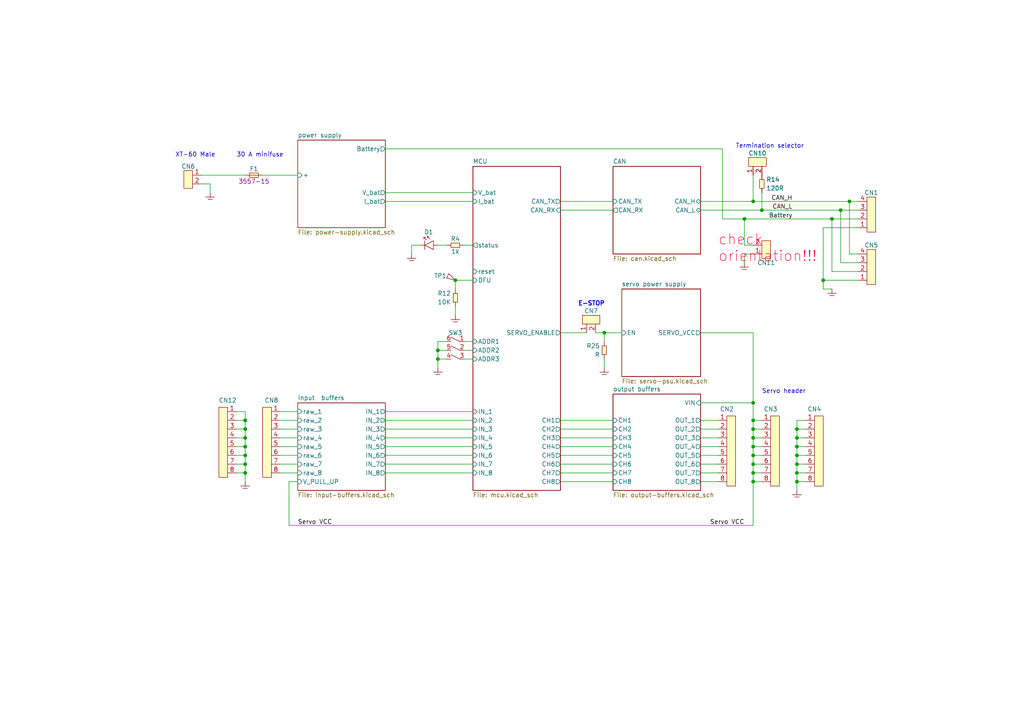
<source format=kicad_sch>
(kicad_sch (version 20231120) (generator "eeschema") (generator_version "8.0")
  (paper "A4")
  (title_block (title "CAN bus to RC servo adapter") (date "2024-05-21") (rev "0") (comment 1 "User interfaces"))
  (lib_symbols
    (symbol "GND_1" (power) (pin_numbers hide) (pin_names (offset 0) hide)
      (symbol "GND_1_0_1"
        (polyline (pts (xy -1.27 -1.27) (xy 1.27 -1.27)))
        (polyline (pts (xy 0 -2.54) (xy 0 -2.54)))
        (polyline (pts (xy 0 -1.27) (xy 0 0)))
        (polyline (pts (xy 0.635 -1.905) (xy -0.635 -1.905)))
      )
      (symbol "GND_1_1_1"
        (pin power_in line (at 0 0 270) (length 2.54) hide (name "GND") (number "~"))
      )
    )
    (symbol "GND_2" (power) (pin_numbers hide) (pin_names (offset 0) hide)
      (symbol "GND_2_0_1"
        (polyline (pts (xy -1.27 -1.27) (xy 1.27 -1.27)))
        (polyline (pts (xy 0 -2.54) (xy 0 -2.54)))
        (polyline (pts (xy 0 -1.27) (xy 0 0)))
        (polyline (pts (xy 0.635 -1.905) (xy -0.635 -1.905)))
      )
      (symbol "GND_2_1_1"
        (pin power_in line (at 0 0 270) (length 2.54) hide (name "GND") (number "~"))
      )
    )
    (symbol "PCB:test_point" (pin_numbers hide) (pin_names (offset 0) hide)
      (property "Reference" "TP" (at 5.08 1.27 0))
      (symbol "test_point_0_1"
        (polyline (pts (xy 0 0) (xy 0 0)))
        (polyline (pts (xy 0 0) (xy 2.54 0.635) (xy 1.905 1.905) (xy 0 0)))
      )
      (symbol "test_point_1_1"
        (pin output line (at 0 0 0) (length 2.54) hide (name "TP") (number "1"))
      )
    )
    (symbol "R_1" (pin_numbers hide) (pin_names (offset 0) hide)
      (property "Reference" "R" (at 0 1.905 0))
      (property "Value" "R" (at 0 -2.54 0))
      (symbol "R_1_0_1"
        (rectangle (start -1.27 0.635) (end 1.27 -0.635) (fill (type background)))
      )
      (symbol "R_1_1_1"
        (pin bidirectional line (at -2.54 0 0) (length 1.27) (name "~") (number "1"))
        (pin bidirectional line (at 2.54 0 180) (length 1.27) (name "~") (number "2"))
      )
    )
    (symbol "R_2" (pin_numbers hide) (pin_names (offset 0) hide)
      (property "Reference" "R" (at 0 1.905 0))
      (property "Value" "R" (at 0 -2.54 0))
      (symbol "R_2_0_1"
        (rectangle (start -1.27 0.635) (end 1.27 -0.635) (fill (type background)))
      )
      (symbol "R_2_1_1"
        (pin bidirectional line (at -2.54 0 0) (length 1.27) (name "~") (number "1"))
        (pin bidirectional line (at 2.54 0 180) (length 1.27) (name "~") (number "2"))
      )
    )
    (symbol "generic:GND" (power) (pin_numbers hide) (pin_names (offset 0) hide)
      (symbol "GND_0_1"
        (polyline (pts (xy -1.27 -1.27) (xy 1.27 -1.27)))
        (polyline (pts (xy 0 -2.54) (xy 0 -2.54)))
        (polyline (pts (xy 0 -1.27) (xy 0 0)))
        (polyline (pts (xy 0.635 -1.905) (xy -0.635 -1.905)))
      )
      (symbol "GND_1_1"
        (pin power_in line (at 0 0 270) (length 2.54) hide (name "GND") (number "~"))
      )
    )
    (symbol "generic:LED" (pin_numbers hide) (pin_names (offset 0) hide)
      (property "Reference" "D" (at 0 3.81 0))
      (symbol "LED_0_1"
        (polyline (pts (xy 1.27 1.27) (xy 1.27 -1.27)))
        (polyline (pts (xy 1.524 1.778) (xy 1.524 2.286)))
        (polyline (pts (xy 0.762 1.524) (xy 1.524 2.286) (xy 1.016 2.286)))
        (polyline (pts (xy -1.27 1.27) (xy -1.27 -1.27) (xy 1.27 0) (xy -1.27 1.27)))
      )
      (symbol "LED_1_1"
        (polyline (pts (xy 0.508 2.032) (xy 0.508 2.54)))
        (polyline (pts (xy -0.254 1.778) (xy 0.508 2.54) (xy 0 2.54)))
        (pin input line (at -2.54 0 0) (length 1.27) (name "A") (number "1"))
        (pin output line (at 2.54 0 180) (length 1.27) (name "K") (number "2"))
      )
    )
    (symbol "generic:R" (pin_numbers hide) (pin_names (offset 0) hide)
      (property "Reference" "R" (at 0 1.905 0))
      (symbol "R_0_1"
        (rectangle (start -1.27 0.635) (end 1.27 -0.635) (fill (type background)))
      )
      (symbol "R_1_1"
        (pin bidirectional line (at -2.54 0 0) (length 1.27) (name "~") (number "1"))
        (pin bidirectional line (at 2.54 0 180) (length 1.27) (name "~") (number "2"))
      )
    )
    (symbol "generic:fuse" (pin_numbers hide) (pin_names (offset 0) hide)
      (property "Reference" "F" (at 0 1.905 0))
      (symbol "fuse_0_1"
        (rectangle (start -1.27 0.635) (end 1.27 -0.635) (fill (type background)))
        (polyline (pts (xy 1.27 0) (xy -1.27 0)))
      )
      (symbol "fuse_1_1"
        (pin bidirectional line (at -2.54 0 0) (length 1.27) (name "~") (number "1"))
        (pin bidirectional line (at 2.54 0 180) (length 1.27) (name "~") (number "2"))
      )
    )
    (symbol "jst-xh:1x4" (pin_names (offset 1.016))
      (property "Reference" "CN" (at 2.54 5.08 0))
      (symbol "1x4_1_1"
        (rectangle (start 2.54 3.81) (end 5.08 -6.35) (fill (type background)))
        (pin bidirectional line (at 0 2.54 0) (length 2.54) (name "~") (number "1"))
        (pin bidirectional line (at 0 0 0) (length 2.54) (name "~") (number "2"))
        (pin bidirectional line (at 0 -2.54 0) (length 2.54) (name "~") (number "3"))
        (pin bidirectional line (at 0 -5.08 0) (length 2.54) (name "~") (number "4"))
      )
    )
    (symbol "pin_headers:1x2" (pin_names (offset 1.016))
      (property "Reference" "CN" (at 2.54 2.54 0))
      (symbol "1x2_1_1"
        (rectangle (start 2.54 1.27) (end 5.08 -3.81) (fill (type background)))
        (pin bidirectional line (at 0 0 0) (length 2.54) (name "~") (number "1"))
        (pin bidirectional line (at 0 -2.54 0) (length 2.54) (name "~") (number "2"))
      )
    )
    (symbol "pin_headers:1x8" (pin_names (offset 1.016))
      (property "Reference" "CN" (at 2.54 10.16 0))
      (symbol "1x8_1_1"
        (rectangle (start 2.54 8.89) (end 5.08 -11.43) (fill (type background)))
        (pin bidirectional line (at 0 7.62 0) (length 2.54) (name "~") (number "1"))
        (pin bidirectional line (at 0 5.08 0) (length 2.54) (name "~") (number "2"))
        (pin bidirectional line (at 0 2.54 0) (length 2.54) (name "~") (number "3"))
        (pin bidirectional line (at 0 0 0) (length 2.54) (name "") (number "4"))
        (pin bidirectional line (at 0 -2.54 0) (length 2.54) (name "") (number "5"))
        (pin bidirectional line (at 0 -5.08 0) (length 2.54) (name "") (number "6"))
        (pin bidirectional line (at 0 -7.62 0) (length 2.54) (name "") (number "7"))
        (pin bidirectional line (at 0 -10.16 0) (length 2.54) (name "") (number "8"))
      )
    )
    (symbol "switches:219-3LPST"
      (property "Reference" "SW" (at 0 2.54 0))
      (symbol "219-3LPST_0_1"
        (polyline (pts (xy -1.27 -5.08) (xy 1.27 -3.81)))
        (polyline (pts (xy -1.27 -2.54) (xy 1.27 -1.27)))
        (polyline (pts (xy -1.27 0) (xy 1.27 1.27)))
      )
      (symbol "219-3LPST_1_1"
        (pin bidirectional line (at -2.54 0 0) (length 1.27) (name "~") (number "1"))
        (pin bidirectional line (at -2.54 -2.54 0) (length 1.27) (name "~") (number "2"))
        (pin bidirectional line (at -2.54 -5.08 0) (length 1.27) (name "~") (number "3"))
        (pin bidirectional line (at 2.54 -5.08 180) (length 1.27) (name "~") (number "4"))
        (pin bidirectional line (at 2.54 -2.54 180) (length 1.27) (name "~") (number "5"))
        (pin bidirectional line (at 2.54 0 180) (length 1.27) (name "~") (number "6"))
      )
    )
  )
  (junction (at 238.76 81.28))
  (junction (at 218.44 139.7))
  (junction (at 218.44 137.16))
  (junction (at 175.26 96.52))
  (junction (at 127 101.6))
  (junction (at 71.12 132.08))
  (junction (at 220.98 60.96))
  (junction (at 231.14 137.16))
  (junction (at 218.44 132.08))
  (junction (at 71.12 134.62))
  (junction (at 218.44 58.42))
  (junction (at 241.3 63.5))
  (junction (at 231.14 139.7))
  (junction (at 231.14 127))
  (junction (at 231.14 124.46))
  (junction (at 218.44 121.92))
  (junction (at 243.84 60.96))
  (junction (at 246.38 58.42))
  (junction (at 218.44 134.62))
  (junction (at 71.12 137.16))
  (junction (at 218.44 129.54))
  (junction (at 215.9 63.5))
  (junction (at 231.14 134.62))
  (junction (at 71.12 127))
  (junction (at 71.12 124.46))
  (junction (at 71.12 121.92))
  (junction (at 231.14 132.08))
  (junction (at 132.08 81.28))
  (junction (at 127 104.14))
  (junction (at 231.14 129.54))
  (junction (at 71.12 129.54))
  (junction (at 218.44 124.46))
  (junction (at 218.44 116.84))
  (junction (at 218.44 127))
  (wire (pts (xy 231.14 137.16) (xy 231.14 134.62)))
  (wire (pts (xy 246.38 73.66) (xy 246.38 58.42)))
  (wire (pts (xy 71.12 134.62) (xy 68.58 134.62)))
  (wire (pts (xy 162.56 132.08) (xy 177.8 132.08)))
  (wire (pts (xy 203.2 116.84) (xy 218.44 116.84)))
  (wire (pts (xy 127 101.6) (xy 129.54 101.6)))
  (wire (pts (xy 231.14 121.92) (xy 233.68 121.92)))
  (wire (pts (xy 218.44 137.16) (xy 218.44 139.7)))
  (wire (pts (xy 203.2 124.46) (xy 208.28 124.46)))
  (wire (pts (xy 203.2 137.16) (xy 208.28 137.16)))
  (wire (pts (xy 231.14 137.16) (xy 233.68 137.16)))
  (wire (pts (xy 132.08 81.28) (xy 132.08 83.82)))
  (wire (pts (xy 231.14 127) (xy 233.68 127)))
  (wire (pts (xy 218.44 116.84) (xy 218.44 121.92)))
  (wire (pts (xy 71.12 129.54) (xy 71.12 127)))
  (wire (pts (xy 81.28 137.16) (xy 86.36 137.16)))
  (wire (pts (xy 127 101.6) (xy 127 99.06)))
  (wire (pts (xy 111.76 137.16) (xy 137.16 137.16)))
  (wire (pts (xy 137.16 71.12) (xy 134.62 71.12)))
  (wire (pts (xy 220.98 60.96) (xy 243.84 60.96)))
  (wire (pts (xy 71.12 132.08) (xy 68.58 132.08)))
  (wire (pts (xy 71.12 129.54) (xy 68.58 129.54)))
  (wire (pts (xy 58.42 50.8) (xy 71.12 50.8)))
  (wire (pts (xy 71.12 121.92) (xy 71.12 119.38)))
  (wire (pts (xy 111.76 43.18) (xy 209.55 43.18)))
  (wire (pts (xy 203.2 96.52) (xy 218.44 96.52)))
  (wire (pts (xy 121.92 71.12) (xy 119.38 71.12)))
  (wire (pts (xy 218.44 96.52) (xy 218.44 116.84)))
  (wire (pts (xy 218.44 132.08) (xy 218.44 134.62)))
  (wire (pts (xy 111.76 127) (xy 137.16 127)))
  (wire (pts (xy 58.42 53.34) (xy 60.96 53.34)))
  (wire (pts (xy 81.28 129.54) (xy 86.36 129.54)))
  (wire (pts (xy 203.2 58.42) (xy 218.44 58.42)))
  (wire (pts (xy 111.76 121.92) (xy 137.16 121.92)))
  (wire (pts (xy 215.9 63.5) (xy 241.3 63.5)))
  (wire (pts (xy 175.26 96.52) (xy 180.34 96.52)))
  (wire (pts (xy 71.12 119.38) (xy 68.58 119.38)))
  (wire (pts (xy 111.76 129.54) (xy 137.16 129.54)))
  (wire (pts (xy 209.55 43.18) (xy 209.55 63.5)))
  (wire (pts (xy 203.2 139.7) (xy 208.28 139.7)))
  (wire (pts (xy 134.62 99.06) (xy 137.16 99.06)))
  (wire (pts (xy 81.28 127) (xy 86.36 127)))
  (wire (pts (xy 231.14 124.46) (xy 233.68 124.46)))
  (wire (pts (xy 218.44 127) (xy 218.44 129.54)))
  (wire (pts (xy 203.2 134.62) (xy 208.28 134.62)))
  (wire (pts (xy 218.44 124.46) (xy 220.98 124.46)))
  (wire (pts (xy 162.56 121.92) (xy 177.8 121.92)))
  (wire (pts (xy 243.84 76.2) (xy 243.84 60.96)))
  (wire (pts (xy 203.2 129.54) (xy 208.28 129.54)))
  (wire (pts (xy 231.14 134.62) (xy 233.68 134.62)))
  (wire (pts (xy 231.14 134.62) (xy 231.14 132.08)))
  (wire (pts (xy 241.3 78.74) (xy 241.3 63.5)))
  (wire (pts (xy 248.92 78.74) (xy 241.3 78.74)))
  (wire (pts (xy 218.44 121.92) (xy 218.44 124.46)))
  (wire (pts (xy 127 99.06) (xy 129.54 99.06)))
  (wire (pts (xy 175.26 104.14) (xy 175.26 106.68)))
  (wire (pts (xy 218.44 127) (xy 220.98 127)))
  (wire (pts (xy 132.08 81.28) (xy 137.16 81.28)))
  (wire (pts (xy 218.44 71.12) (xy 215.9 71.12)))
  (wire (pts (xy 248.92 76.2) (xy 243.84 76.2)))
  (wire (pts (xy 238.76 81.28) (xy 238.76 83.82)))
  (wire (pts (xy 81.28 121.92) (xy 86.36 121.92)))
  (wire (pts (xy 162.56 139.7) (xy 177.8 139.7)))
  (wire (pts (xy 248.92 73.66) (xy 246.38 73.66)))
  (wire (pts (xy 215.9 73.66) (xy 218.44 73.66)))
  (wire (pts (xy 238.76 83.82) (xy 241.3 83.82)))
  (wire (pts (xy 111.76 58.42) (xy 137.16 58.42)))
  (wire (pts (xy 231.14 129.54) (xy 231.14 127)))
  (wire (pts (xy 111.76 132.08) (xy 137.16 132.08)))
  (wire (pts (xy 71.12 127) (xy 68.58 127)))
  (wire (pts (xy 81.28 119.38) (xy 86.36 119.38)))
  (wire (pts (xy 71.12 127) (xy 71.12 124.46)))
  (wire (pts (xy 203.2 132.08) (xy 208.28 132.08)))
  (wire (pts (xy 162.56 127) (xy 177.8 127)))
  (wire (pts (xy 218.44 134.62) (xy 218.44 137.16)))
  (wire (pts (xy 81.28 134.62) (xy 86.36 134.62)))
  (wire (pts (xy 71.12 124.46) (xy 71.12 121.92)))
  (wire (pts (xy 162.56 58.42) (xy 177.8 58.42)))
  (wire (pts (xy 218.44 137.16) (xy 220.98 137.16)))
  (wire (pts (xy 215.9 76.2) (xy 215.9 73.66)))
  (wire (pts (xy 162.56 60.96) (xy 177.8 60.96)))
  (wire (pts (xy 203.2 121.92) (xy 208.28 121.92)))
  (wire (pts (xy 218.44 132.08) (xy 220.98 132.08)))
  (wire (pts (xy 231.14 132.08) (xy 231.14 129.54)))
  (wire (pts (xy 111.76 119.38) (xy 137.16 119.38)))
  (wire (pts (xy 162.56 137.16) (xy 177.8 137.16)))
  (wire (pts (xy 162.56 124.46) (xy 177.8 124.46)))
  (wire (pts (xy 71.12 139.7) (xy 71.12 137.16)))
  (wire (pts (xy 71.12 132.08) (xy 71.12 129.54)))
  (wire (pts (xy 238.76 66.04) (xy 248.92 66.04)))
  (wire (pts (xy 134.62 104.14) (xy 137.16 104.14)))
  (wire (pts (xy 83.82 152.4) (xy 218.44 152.4)))
  (wire (pts (xy 218.44 124.46) (xy 218.44 127)))
  (wire (pts (xy 248.92 81.28) (xy 238.76 81.28)))
  (wire (pts (xy 71.12 134.62) (xy 71.12 132.08)))
  (wire (pts (xy 218.44 139.7) (xy 220.98 139.7)))
  (wire (pts (xy 162.56 96.52) (xy 170.18 96.52)))
  (wire (pts (xy 203.2 60.96) (xy 220.98 60.96)))
  (wire (pts (xy 127 104.14) (xy 127 101.6)))
  (wire (pts (xy 127 104.14) (xy 129.54 104.14)))
  (wire (pts (xy 81.28 124.46) (xy 86.36 124.46)))
  (wire (pts (xy 231.14 127) (xy 231.14 124.46)))
  (wire (pts (xy 83.82 139.7) (xy 83.82 152.4)))
  (wire (pts (xy 172.72 96.52) (xy 175.26 96.52)))
  (wire (pts (xy 127 106.68) (xy 127 104.14)))
  (wire (pts (xy 231.14 132.08) (xy 233.68 132.08)))
  (wire (pts (xy 119.38 73.66) (xy 119.38 71.12)))
  (wire (pts (xy 111.76 55.88) (xy 137.16 55.88)))
  (wire (pts (xy 231.14 139.7) (xy 233.68 139.7)))
  (wire (pts (xy 231.14 124.46) (xy 231.14 121.92)))
  (wire (pts (xy 218.44 58.42) (xy 246.38 58.42)))
  (wire (pts (xy 231.14 139.7) (xy 231.14 137.16)))
  (wire (pts (xy 132.08 88.9) (xy 132.08 91.44)))
  (wire (pts (xy 220.98 55.88) (xy 220.98 60.96)))
  (wire (pts (xy 215.9 71.12) (xy 215.9 63.5)))
  (wire (pts (xy 246.38 58.42) (xy 248.92 58.42)))
  (wire (pts (xy 231.14 142.24) (xy 231.14 139.7)))
  (wire (pts (xy 203.2 127) (xy 208.28 127)))
  (wire (pts (xy 71.12 124.46) (xy 68.58 124.46)))
  (wire (pts (xy 71.12 137.16) (xy 68.58 137.16)))
  (wire (pts (xy 71.12 137.16) (xy 71.12 134.62)))
  (wire (pts (xy 111.76 134.62) (xy 137.16 134.62)))
  (wire (pts (xy 134.62 101.6) (xy 137.16 101.6)))
  (wire (pts (xy 218.44 139.7) (xy 218.44 152.4)))
  (wire (pts (xy 209.55 63.5) (xy 215.9 63.5)))
  (wire (pts (xy 175.26 96.52) (xy 175.26 99.06)))
  (wire (pts (xy 81.28 132.08) (xy 86.36 132.08)))
  (wire (pts (xy 243.84 60.96) (xy 248.92 60.96)))
  (wire (pts (xy 218.44 50.8) (xy 218.44 58.42)))
  (wire (pts (xy 162.56 134.62) (xy 177.8 134.62)))
  (wire (pts (xy 162.56 129.54) (xy 177.8 129.54)))
  (wire (pts (xy 218.44 134.62) (xy 220.98 134.62)))
  (wire (pts (xy 218.44 129.54) (xy 218.44 132.08)))
  (wire (pts (xy 111.76 124.46) (xy 137.16 124.46)))
  (wire (pts (xy 76.2 50.8) (xy 86.36 50.8)))
  (wire (pts (xy 60.96 53.34) (xy 60.96 55.88)))
  (wire (pts (xy 71.12 121.92) (xy 68.58 121.92)))
  (wire (pts (xy 218.44 121.92) (xy 220.98 121.92)))
  (wire (pts (xy 129.54 71.12) (xy 127 71.12)))
  (wire (pts (xy 231.14 129.54) (xy 233.68 129.54)))
  (wire (pts (xy 218.44 129.54) (xy 220.98 129.54)))
  (wire (pts (xy 241.3 63.5) (xy 248.92 63.5)))
  (wire (pts (xy 86.36 139.7) (xy 83.82 139.7)))
  (wire (pts (xy 238.76 66.04) (xy 238.76 81.28)))
  (text "30 A minifuse" (at 68.58 45.72 0) (effects (font (size 1.27 1.27)) (justify left bottom)))
  (text "E-STOP" (at 167.64 88.9 0) (effects (font (size 1.27 1.27) (thickness 0.254) (bold yes)) (justify left bottom)))
  (text "check\norientation!!!" (at 208.28 76.2 0) (effects (font (size 3 3)) (justify left bottom)))
  (text "Termination selector" (at 213.36 43.18 0) (effects (font (size 1.27 1.27)) (justify left bottom)))
  (text "Servo header" (at 220.98 114.3 0) (effects (font (size 1.27 1.27)) (justify left bottom)))
  (text "XT-60 Male" (at 50.8 45.72 0) (effects (font (size 1.27 1.27)) (justify left bottom)))
  (label "Battery" (at 229.87 63.5 180))
  (label "Servo VCC" (at 86.36 152.4 0))
  (label "CAN_L" (at 229.87 60.96 180))
  (label "CAN_H" (at 229.87 58.42 180))
  (label "Servo VCC" (at 215.9 152.4 180))
  (symbol (lib_id "pin_headers:1x8") (at 81.28 127 0) (mirror y) (unit 1)
    (property "Reference" "CN8" (at 78.74 116.84 0) (effects (justify bottom)))
    (property "Value" "1x8" (effects (hide yes)))
    (property "Footprint" "pin_headers:1x8" (effects (hide yes)))
  )
  (symbol (lib_name "R_2") (lib_id "generic:R") (at 175.26 101.6 270) (mirror x) (unit 1)
    (property "Reference" "R25" (at 173.99 100.33 90) (effects (justify right)))
    (property "Value" "R" (at 173.99 102.87 90) (effects (justify right)))
    (property "Footprint" "SMT:0603" (effects (hide yes)))
  )
  (symbol (lib_id "pin_headers:1x2") (at 218.44 50.8 90) (unit 1)
    (property "Reference" "CN10" (at 219.71 44.45 90))
    (property "Value" "1x2" (effects (hide yes)))
    (property "Footprint" "pin_headers:1x2" (effects (hide yes)))
  )
  (symbol (lib_id "generic:GND") (at 132.08 91.44 0) (unit 1)
    (property "Reference" "#GND02" (effects (hide yes)))
    (property "Value" "GND" (effects (hide yes)))
  )
  (symbol (lib_id "pin_headers:1x8") (at 220.98 129.54 0) (unit 1)
    (property "Reference" "CN3" (at 223.52 119.38 0) (effects (justify bottom)))
    (property "Value" "1x8" (effects (hide yes)))
    (property "Footprint" "pin_headers:1x8" (effects (hide yes)))
  )
  (symbol (lib_id "jst-xh:1x4") (at 248.92 78.74 0) (mirror x) (unit 1)
    (property "Reference" "CN5" (at 252.73 71.12 0))
    (property "Value" "1x4" (effects (hide yes)))
    (property "Footprint" "jst-xh:jst-xh-4" (effects (hide yes)))
    (property "MPN" "B4B-XH-A" (effects (hide yes)))
    (property "Manufacturer" "JST" (effects (hide yes)))
    (property "DigiKey" "455-B4B-XH-A-ND" (effects (hide yes)))
  )
  (symbol (lib_id "pin_headers:1x8") (at 68.58 127 0) (mirror y) (unit 1)
    (property "Reference" "CN12" (at 66.04 116.84 0) (effects (justify bottom)))
    (property "Value" "1x8" (effects (hide yes)))
    (property "Footprint" "pin_headers:1x8" (effects (hide yes)))
  )
  (symbol (lib_id "generic:GND") (at 127 106.68 0) (unit 1)
    (property "Reference" "#GND01" (effects (hide yes)))
    (property "Value" "GND" (effects (hide yes)))
  )
  (symbol (lib_id "generic:GND") (at 231.14 142.24 0) (unit 1)
    (property "Reference" "#GND09" (effects (hide yes)))
    (property "Value" "GND" (effects (hide yes)))
  )
  (symbol (lib_id "pin_headers:1x8") (at 233.68 129.54 0) (unit 1)
    (property "Reference" "CN4" (at 236.22 119.38 0) (effects (justify bottom)))
    (property "Value" "1x8" (effects (hide yes)))
    (property "Footprint" "pin_headers:1x8" (effects (hide yes)))
  )
  (symbol (lib_id "generic:R") (at 220.98 53.34 270) (unit 1)
    (property "Reference" "R14" (at 222.25 52.07 90) (effects (justify left)))
    (property "Value" "120R" (at 222.25 54.61 90) (effects (justify left)))
    (property "Footprint" "SMT:0603" (effects (hide yes)))
  )
  (symbol (lib_id "pin_headers:1x8") (at 208.28 129.54 0) (unit 1)
    (property "Reference" "CN2" (at 210.82 119.38 0) (effects (justify bottom)))
    (property "Value" "1x8" (effects (hide yes)))
    (property "Footprint" "pin_headers:1x8" (effects (hide yes)))
  )
  (symbol (lib_id "switches:219-3LPST") (at 132.08 99.06 0) (mirror y) (unit 1)
    (property "Reference" "SW3" (at 132.08 96.52 0))
    (property "Value" "219-3LPST" (effects (hide yes)))
    (property "Footprint" "buttons:219-3LPST" (effects (hide yes)))
    (property "Datasheet" "https://www.ctscorp.com/Files/DataSheets/Switches/DIP-Switches/CTS-Switches-DIP-219-Series-Datasheet.pdf" (effects (hide yes)))
    (property "Digi-Key" "CT2193LPST-ND" (effects (hide yes)))
    (property "MPN" "219-3LPST" (effects (hide yes)))
  )
  (symbol (lib_name "GND_2") (lib_id "generic:GND") (at 215.9 76.2 0) (unit 1)
    (property "Reference" "#GND036" (effects (hide yes)))
    (property "Value" "GND" (effects (hide yes)))
  )
  (symbol (lib_id "pin_headers:1x2") (at 218.44 73.66 0) (mirror x) (unit 1)
    (property "Reference" "CN11" (at 222.25 76.2 0))
    (property "Value" "1x2" (effects (hide yes)))
    (property "Footprint" "connectors:XT60" (effects (hide yes)))
  )
  (symbol (lib_id "generic:GND") (at 241.3 83.82 0) (unit 1)
    (property "Reference" "#GND08" (effects (hide yes)))
    (property "Value" "GND" (effects (hide yes)))
  )
  (symbol (lib_id "generic:GND") (at 119.38 73.66 0) (mirror y) (unit 1)
    (property "Reference" "#GND010" (effects (hide yes)))
    (property "Value" "GND" (effects (hide yes)))
  )
  (symbol (lib_id "generic:LED") (at 124.46 71.12 0) (mirror y) (unit 1)
    (property "Reference" "D1" (at 124.333 67.31 0))
    (property "Value" "LED" (effects (hide yes)))
    (property "Footprint" "SMT:0603" (effects (hide yes)))
  )
  (symbol (lib_id "generic:fuse") (at 73.66 50.8 0) (unit 1)
    (property "Reference" "F1" (at 73.66 48.26 0) (effects (justify top)))
    (property "Value" "F" (effects (hide yes)))
    (property "Footprint" "connectors:3557-15" (effects (hide yes)))
    (property "Datasheet" "https://www.keyelco.com/userAssets/file/M65p41.pdf" (effects (hide yes)))
    (property "MPN" "3557-15" (at 73.66 53.34 0) (effects (justify bottom)))
    (property "DigiKey" "36-3557-15-ND" (effects (hide yes)))
  )
  (symbol (lib_id "generic:R") (at 132.08 71.12 0) (mirror x) (unit 1)
    (property "Reference" "R4" (at 132.08 68.58 0) (effects (justify bottom)))
    (property "Value" "1k" (at 132.08 73.66 0) (effects (justify top)))
    (property "Footprint" "SMT:0603" (effects (hide yes)))
    (property "Sim.Device" "R" (effects (hide yes)))
    (property "Sim.Pins" "1=+ 2=-" (effects (hide yes)))
  )
  (symbol (lib_id "PCB:test_point") (at 132.08 81.28 0) (mirror y) (unit 1)
    (property "Reference" "TP1" (at 129.54 80.01 0) (effects (justify left)))
    (property "Value" "test_point" (effects (hide yes)))
    (property "Footprint" "PCB:test_point" (effects (hide yes)))
  )
  (symbol (lib_id "pin_headers:1x2") (at 58.42 50.8 0) (mirror y) (unit 1)
    (property "Reference" "CN6" (at 54.61 48.26 0))
    (property "Value" "1x2" (effects (hide yes)))
    (property "Footprint" "connectors:XT60" (effects (hide yes)))
  )
  (symbol (lib_id "generic:GND") (at 60.96 55.88 0) (unit 1)
    (property "Reference" "#GND016" (effects (hide yes)))
    (property "Value" "GND" (effects (hide yes)))
  )
  (symbol (lib_id "pin_headers:1x2") (at 170.18 96.52 90) (unit 1)
    (property "Reference" "CN7" (at 171.45 90.17 90))
    (property "Value" "1x2" (effects (hide yes)))
    (property "Footprint" "pin_headers:1x2" (effects (hide yes)))
  )
  (symbol (lib_name "R_1") (lib_id "generic:R") (at 132.08 86.36 270) (mirror x) (unit 1)
    (property "Reference" "R12" (at 130.81 85.09 90) (effects (justify right)))
    (property "Value" "10K" (at 130.81 87.63 90) (effects (justify right)))
    (property "Footprint" "SMT:0603" (effects (hide yes)))
  )
  (symbol (lib_name "GND_1") (lib_id "generic:GND") (at 175.26 106.68 0) (unit 1)
    (property "Reference" "#GND022" (effects (hide yes)))
    (property "Value" "GND" (effects (hide yes)))
  )
  (symbol (lib_id "jst-xh:1x4") (at 248.92 63.5 0) (mirror x) (unit 1)
    (property "Reference" "CN1" (at 252.73 55.88 0))
    (property "Value" "1x4" (effects (hide yes)))
    (property "Footprint" "jst-xh:jst-xh-4" (effects (hide yes)))
    (property "MPN" "B4B-XH-A" (effects (hide yes)))
    (property "Manufacturer" "JST" (effects (hide yes)))
    (property "DigiKey" "455-B4B-XH-A-ND" (effects (hide yes)))
  )
  (symbol (lib_id "generic:GND") (at 71.12 139.7 0) (mirror y) (unit 1)
    (property "Reference" "#GND03" (effects (hide yes)))
    (property "Value" "GND" (effects (hide yes)))
  )
  (sheet (at 137.16 48.26) (size 25.4 93.98) (stroke (width 0.1524))
    (property "Sheetname" "MCU" (at 137.16 47.5484 0) (effects (justify left bottom)))
    (property "Sheetfile" "mcu.kicad_sch" (at 137.16 142.8246 0) (effects (justify left top)))
    (pin "CH1" output (at 162.56 121.92 0))
    (pin "CH3" output (at 162.56 127 0))
    (pin "CH4" output (at 162.56 129.54 0))
    (pin "CH2" output (at 162.56 124.46 0))
    (pin "CH5" output (at 162.56 132.08 0))
    (pin "CH8" output (at 162.56 139.7 0))
    (pin "CH6" output (at 162.56 134.62 0))
    (pin "CH7" output (at 162.56 137.16 0))
    (pin "DFU" input (at 137.16 81.28 180))
    (pin "V_bat" input (at 137.16 55.88 180))
    (pin "CAN_RX" input (at 162.56 60.96 0))
    (pin "I_bat" input (at 137.16 58.42 180))
    (pin "CAN_TX" output (at 162.56 58.42 0))
    (pin "status" output (at 137.16 71.12 180))
    (pin "reset" input (at 137.16 78.74 180))
    (pin "ADDR3" input (at 137.16 104.14 180))
    (pin "ADDR2" input (at 137.16 101.6 180))
    (pin "ADDR1" input (at 137.16 99.06 180))
    (pin "IN_4" input (at 137.16 127 180))
    (pin "IN_1" input (at 137.16 119.38 180))
    (pin "IN_2" input (at 137.16 121.92 180))
    (pin "IN_3" input (at 137.16 124.46 180))
    (pin "IN_8" input (at 137.16 137.16 180))
    (pin "IN_5" input (at 137.16 129.54 180))
    (pin "IN_7" input (at 137.16 134.62 180))
    (pin "IN_6" input (at 137.16 132.08 180))
    (pin "SERVO_ENABLE" output (at 162.56 96.52 0))
  )
  (sheet (at 180.34 83.82) (size 22.86 25.4) (stroke (width 0.1524))
    (property "Sheetname" "servo power supply" (at 180.34 83.1084 0) (effects (justify left bottom)))
    (property "Sheetfile" "servo-psu.kicad_sch" (at 180.34 109.8046 0) (effects (justify left top)))
    (pin "EN" input (at 180.34 96.52 180))
    (pin "SERVO_VCC" output (at 203.2 96.52 0))
  )
  (sheet (at 86.36 116.84) (size 25.4 25.4) (stroke (width 0.1524))
    (property "Sheetname" "Input  buffers" (at 86.36 116.1284 0) (effects (justify left bottom)))
    (property "Sheetfile" "input-buffers.kicad_sch" (at 86.36 142.8246 0) (effects (justify left top)))
    (pin "raw_4" input (at 86.36 127 180))
    (pin "raw_5" input (at 86.36 129.54 180))
    (pin "raw_6" input (at 86.36 132.08 180))
    (pin "raw_7" input (at 86.36 134.62 180))
    (pin "raw_8" input (at 86.36 137.16 180))
    (pin "raw_1" input (at 86.36 119.38 180))
    (pin "raw_2" input (at 86.36 121.92 180))
    (pin "raw_3" input (at 86.36 124.46 180))
    (pin "IN_1" output (at 111.76 119.38 0))
    (pin "IN_2" output (at 111.76 121.92 0))
    (pin "IN_3" output (at 111.76 124.46 0))
    (pin "IN_4" output (at 111.76 127 0))
    (pin "IN_5" output (at 111.76 129.54 0))
    (pin "IN_6" output (at 111.76 132.08 0))
    (pin "IN_7" output (at 111.76 134.62 0))
    (pin "IN_8" output (at 111.76 137.16 0))
    (pin "V_PULL_UP" input (at 86.36 139.7 180))
  )
  (sheet (at 86.36 40.64) (size 25.4 25.4) (stroke (width 0.1524))
    (property "Sheetname" "power supply" (at 86.36 39.9284 0) (effects (justify left bottom)))
    (property "Sheetfile" "power-supply.kicad_sch" (at 86.36 66.6246 0) (effects (justify left top)))
    (pin "V_bat" output (at 111.76 55.88 0))
    (pin "I_bat" output (at 111.76 58.42 0))
    (pin "Battery" output (at 111.76 43.18 0))
    (pin "+" input (at 86.36 50.8 180))
  )
  (sheet (at 177.8 114.3) (size 25.4 27.94) (stroke (width 0.1524))
    (property "Sheetname" "output buffers" (at 177.8 113.5884 0) (effects (justify left bottom)))
    (property "Sheetfile" "output-buffers.kicad_sch" (at 177.8 142.8246 0) (effects (justify left top)))
    (pin "OUT_7" output (at 203.2 137.16 0))
    (pin "OUT_8" output (at 203.2 139.7 0))
    (pin "CH7" input (at 177.8 137.16 180))
    (pin "CH8" input (at 177.8 139.7 180))
    (pin "CH3" input (at 177.8 127 180))
    (pin "CH4" input (at 177.8 129.54 180))
    (pin "OUT_3" output (at 203.2 127 0))
    (pin "OUT_4" output (at 203.2 129.54 0))
    (pin "CH2" input (at 177.8 124.46 180))
    (pin "OUT_2" output (at 203.2 124.46 0))
    (pin "OUT_1" output (at 203.2 121.92 0))
    (pin "CH1" input (at 177.8 121.92 180))
    (pin "CH5" input (at 177.8 132.08 180))
    (pin "CH6" input (at 177.8 134.62 180))
    (pin "OUT_5" output (at 203.2 132.08 0))
    (pin "OUT_6" output (at 203.2 134.62 0))
    (pin "VIN" input (at 203.2 116.84 0))
  )
  (sheet (at 177.8 48.26) (size 25.4 25.4) (stroke (width 0.1524))
    (property "Sheetname" "CAN" (at 177.8 47.5484 0) (effects (justify left bottom)))
    (property "Sheetfile" "can.kicad_sch" (at 177.8 74.2446 0) (effects (justify left top)))
    (pin "CAN_TX" input (at 177.8 58.42 180))
    (pin "CAN_RX" output (at 177.8 60.96 180))
    (pin "CAN_H" bidirectional (at 203.2 58.42 0))
    (pin "CAN_L" bidirectional (at 203.2 60.96 0))
  )
)
</source>
